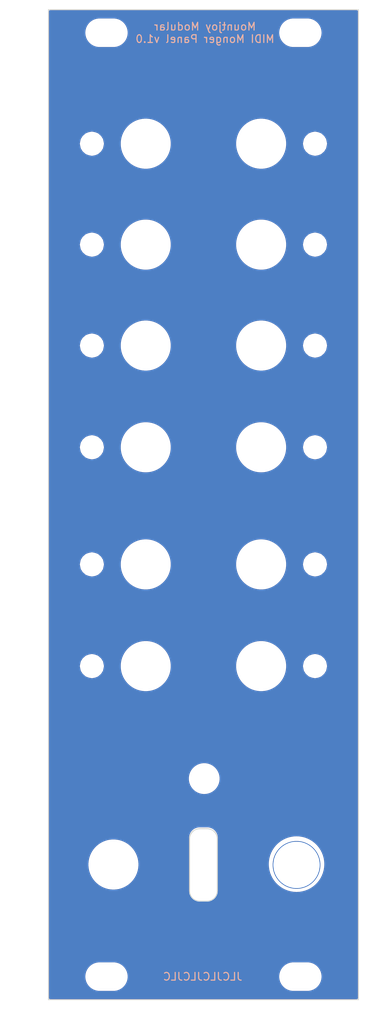
<source format=kicad_pcb>
(kicad_pcb (version 20240108) (generator "pcbnew") (generator_version "8.0")
  (layers (0 "F.Cu" signal) (31 "B.Cu" signal) (34 "B.Paste" user) (35 "F.Paste" user) (36 "B.SilkS" user "B.Silkscreen") (37 "F.SilkS" user "F.Silkscreen") (38 "B.Mask" user) (39 "F.Mask" user) (44 "Edge.Cuts" user))
  (net 0 "")
  (footprint "Custom_Footprints:LED_Window" (layer "F.Cu") (at 105.5 52.4)
    (property "Reference" "Ref**" (hide yes))
    (property "Value" "Subminiature_Switch")
    (zone (net 0) (net_name "") (layers "*.Cu") (name "LED_Window") (connect_pads (clearance 0)) (min_thickness 0.25)
      (keepout (tracks not_allowed) (vias not_allowed) (pads not_allowed) (copperpour not_allowed) (footprints allowed))
      (fill (thermal_gap 0.5) (thermal_bridge_width 0.5))
      (polygon (pts (xy 105.9 50.9) (xy 105.5 50.825) (xy 105.1 50.9) (xy 104.7 51.05) (xy 104.3 51.4) (xy 104.05 51.8) (xy 103.925 52.4) (xy 104.05 53) (xy 104.3 53.4) (xy 104.7 53.75) (xy 105.1 53.9) (xy 105.5 53.975) (xy 105.925 53.9) (xy 106.3 53.75) (xy 106.7 53.4) (xy 106.95 53) (xy 107.075 52.4) (xy 106.95 51.8) (xy 106.7 51.4) (xy 106.3 51.05)))
    )
  )
  (footprint "Custom_Footprints:LED_Window" (layer "F.Cu") (at 105.5 65.5)
    (property "Reference" "Ref**" (hide yes))
    (property "Value" "Subminiature_Switch")
    (zone (net 0) (net_name "") (layers "*.Cu") (name "LED_Window") (connect_pads (clearance 0)) (min_thickness 0.25)
      (keepout (tracks not_allowed) (vias not_allowed) (pads not_allowed) (copperpour not_allowed) (footprints allowed))
      (fill (thermal_gap 0.5) (thermal_bridge_width 0.5))
      (polygon (pts (xy 105.9 64) (xy 105.5 63.925) (xy 105.1 64) (xy 104.7 64.15) (xy 104.3 64.5) (xy 104.05 64.9) (xy 103.925 65.5) (xy 104.05 66.1) (xy 104.3 66.5) (xy 104.7 66.85) (xy 105.1 67) (xy 105.5 67.075) (xy 105.925 67) (xy 106.3 66.85) (xy 106.7 66.5) (xy 106.95 66.1) (xy 107.075 65.5) (xy 106.95 64.9) (xy 106.7 64.5) (xy 106.3 64.15)))
    )
  )
  (footprint "Custom_Footprints:LED_Window" (layer "F.Cu") (at 105.5 78.6)
    (property "Reference" "Ref**" (hide yes))
    (property "Value" "Subminiature_Switch")
    (zone (net 0) (net_name "") (layers "*.Cu") (name "LED_Window") (connect_pads (clearance 0)) (min_thickness 0.25)
      (keepout (tracks not_allowed) (vias not_allowed) (pads not_allowed) (copperpour not_allowed) (footprints allowed))
      (fill (thermal_gap 0.5) (thermal_bridge_width 0.5))
      (polygon (pts (xy 105.9 77.1) (xy 105.5 77.025) (xy 105.1 77.1) (xy 104.7 77.25) (xy 104.3 77.6) (xy 104.05 78) (xy 103.925 78.6) (xy 104.05 79.2) (xy 104.3 79.6) (xy 104.7 79.95) (xy 105.1 80.1) (xy 105.5 80.175) (xy 105.925 80.1) (xy 106.3 79.95) (xy 106.7 79.6) (xy 106.95 79.2) (xy 107.075 78.6) (xy 106.95 78) (xy 106.7 77.6) (xy 106.3 77.25)))
    )
  )
  (footprint "Custom_Footprints:LED_Window" (layer "F.Cu") (at 105.5 91.8)
    (property "Reference" "Ref**" (hide yes))
    (property "Value" "Subminiature_Switch")
    (zone (net 0) (net_name "") (layers "*.Cu") (name "LED_Window") (connect_pads (clearance 0)) (min_thickness 0.25)
      (keepout (tracks not_allowed) (vias not_allowed) (pads not_allowed) (copperpour not_allowed) (footprints allowed))
      (fill (thermal_gap 0.5) (thermal_bridge_width 0.5))
      (polygon (pts (xy 105.9 90.3) (xy 105.5 90.225) (xy 105.1 90.3) (xy 104.7 90.45) (xy 104.3 90.8) (xy 104.05 91.2) (xy 103.925 91.8) (xy 104.05 92.4) (xy 104.3 92.8) (xy 104.7 93.15) (xy 105.1 93.3) (xy 105.5 93.375) (xy 105.925 93.3) (xy 106.3 93.15) (xy 106.7 92.8) (xy 106.95 92.4) (xy 107.075 91.8) (xy 106.95 91.2) (xy 106.7 90.8) (xy 106.3 90.45)))
    )
  )
  (footprint "Custom_Footprints:LED_Window" (layer "F.Cu") (at 105.5 107)
    (property "Reference" "Ref**" (hide yes))
    (property "Value" "Subminiature_Switch")
    (zone (net 0) (net_name "") (layers "*.Cu") (name "LED_Window") (connect_pads (clearance 0)) (min_thickness 0.25)
      (keepout (tracks not_allowed) (vias not_allowed) (pads not_allowed) (copperpour not_allowed) (footprints allowed))
      (fill (thermal_gap 0.5) (thermal_bridge_width 0.5))
      (polygon (pts (xy 105.9 105.5) (xy 105.5 105.425) (xy 105.1 105.5) (xy 104.7 105.65) (xy 104.3 106) (xy 104.05 106.4) (xy 103.925 107) (xy 104.05 107.6) (xy 104.3 108) (xy 104.7 108.35) (xy 105.1 108.5) (xy 105.5 108.575) (xy 105.925 108.5) (xy 106.3 108.35) (xy 106.7 108) (xy 106.95 107.6) (xy 107.075 107) (xy 106.95 106.4) (xy 106.7 106) (xy 106.3 105.65)))
    )
  )
  (footprint "Custom_Footprints:LED_Window" (layer "F.Cu") (at 105.5 120.2)
    (property "Reference" "Ref**" (hide yes))
    (property "Value" "Subminiature_Switch")
    (zone (net 0) (net_name "") (layers "*.Cu") (name "LED_Window") (connect_pads (clearance 0)) (min_thickness 0.25)
      (keepout (tracks not_allowed) (vias not_allowed) (pads not_allowed) (copperpour not_allowed) (footprints allowed))
      (fill (thermal_gap 0.5) (thermal_bridge_width 0.5))
      (polygon (pts (xy 105.9 118.7) (xy 105.5 118.625) (xy 105.1 118.7) (xy 104.7 118.85) (xy 104.3 119.2) (xy 104.05 119.6) (xy 103.925 120.2) (xy 104.05 120.8) (xy 104.3 121.2) (xy 104.7 121.55) (xy 105.1 121.7) (xy 105.5 121.775) (xy 105.925 121.7) (xy 106.3 121.55) (xy 106.7 121.2) (xy 106.95 120.8) (xy 107.075 120.2) (xy 106.95 119.6) (xy 106.7 119.2) (xy 106.3 118.85)))
    )
  )
  (footprint "Custom_Footprints:LED_Window" (layer "F.Cu") (at 134.5 52.4)
    (property "Reference" "Ref**" (hide yes))
    (property "Value" "Subminiature_Switch")
    (zone (net 0) (net_name "") (layers "*.Cu") (name "LED_Window") (connect_pads (clearance 0)) (min_thickness 0.25)
      (keepout (tracks not_allowed) (vias not_allowed) (pads not_allowed) (copperpour not_allowed) (footprints allowed))
      (fill (thermal_gap 0.5) (thermal_bridge_width 0.5))
      (polygon (pts (xy 134.9 50.9) (xy 134.5 50.825) (xy 134.1 50.9) (xy 133.7 51.05) (xy 133.3 51.4) (xy 133.05 51.8) (xy 132.925 52.4) (xy 133.05 53) (xy 133.3 53.4) (xy 133.7 53.75) (xy 134.1 53.9) (xy 134.5 53.975) (xy 134.925 53.9) (xy 135.3 53.75) (xy 135.7 53.4) (xy 135.95 53) (xy 136.075 52.4) (xy 135.95 51.8) (xy 135.7 51.4) (xy 135.3 51.05)))
    )
  )
  (footprint "Custom_Footprints:LED_Window" (layer "F.Cu") (at 134.5 65.5)
    (property "Reference" "Ref**" (hide yes))
    (property "Value" "Subminiature_Switch")
    (zone (net 0) (net_name "") (layers "*.Cu") (name "LED_Window") (connect_pads (clearance 0)) (min_thickness 0.25)
      (keepout (tracks not_allowed) (vias not_allowed) (pads not_allowed) (copperpour not_allowed) (footprints allowed))
      (fill (thermal_gap 0.5) (thermal_bridge_width 0.5))
      (polygon (pts (xy 134.9 64) (xy 134.5 63.925) (xy 134.1 64) (xy 133.7 64.15) (xy 133.3 64.5) (xy 133.05 64.9) (xy 132.925 65.5) (xy 133.05 66.1) (xy 133.3 66.5) (xy 133.7 66.85) (xy 134.1 67) (xy 134.5 67.075) (xy 134.925 67) (xy 135.3 66.85) (xy 135.7 66.5) (xy 135.95 66.1) (xy 136.075 65.5) (xy 135.95 64.9) (xy 135.7 64.5) (xy 135.3 64.15)))
    )
  )
  (footprint "Custom_Footprints:LED_Window" (layer "F.Cu") (at 134.5 78.6)
    (property "Reference" "Ref**" (hide yes))
    (property "Value" "Subminiature_Switch")
    (zone (net 0) (net_name "") (layers "*.Cu") (name "LED_Window") (connect_pads (clearance 0)) (min_thickness 0.25)
      (keepout (tracks not_allowed) (vias not_allowed) (pads not_allowed) (copperpour not_allowed) (footprints allowed))
      (fill (thermal_gap 0.5) (thermal_bridge_width 0.5))
      (polygon (pts (xy 134.9 77.1) (xy 134.5 77.025) (xy 134.1 77.1) (xy 133.7 77.25) (xy 133.3 77.6) (xy 133.05 78) (xy 132.925 78.6) (xy 133.05 79.2) (xy 133.3 79.6) (xy 133.7 79.95) (xy 134.1 80.1) (xy 134.5 80.175) (xy 134.925 80.1) (xy 135.3 79.95) (xy 135.7 79.6) (xy 135.95 79.2) (xy 136.075 78.6) (xy 135.95 78) (xy 135.7 77.6) (xy 135.3 77.25)))
    )
  )
  (footprint "Custom_Footprints:LED_Window" (layer "F.Cu") (at 134.5 91.8)
    (property "Reference" "Ref**" (hide yes))
    (property "Value" "Subminiature_Switch")
    (zone (net 0) (net_name "") (layers "*.Cu") (name "LED_Window") (connect_pads (clearance 0)) (min_thickness 0.25)
      (keepout (tracks not_allowed) (vias not_allowed) (pads not_allowed) (copperpour not_allowed) (footprints allowed))
      (fill (thermal_gap 0.5) (thermal_bridge_width 0.5))
      (polygon (pts (xy 134.9 90.3) (xy 134.5 90.225) (xy 134.1 90.3) (xy 133.7 90.45) (xy 133.3 90.8) (xy 133.05 91.2) (xy 132.925 91.8) (xy 133.05 92.4) (xy 133.3 92.8) (xy 133.7 93.15) (xy 134.1 93.3) (xy 134.5 93.375) (xy 134.925 93.3) (xy 135.3 93.15) (xy 135.7 92.8) (xy 135.95 92.4) (xy 136.075 91.8) (xy 135.95 91.2) (xy 135.7 90.8) (xy 135.3 90.45)))
    )
  )
  (footprint "Custom_Footprints:LED_Window" (layer "F.Cu") (at 134.5 107)
    (property "Reference" "Ref**" (hide yes))
    (property "Value" "Subminiature_Switch")
    (zone (net 0) (net_name "") (layers "*.Cu") (name "LED_Window") (connect_pads (clearance 0)) (min_thickness 0.25)
      (keepout (tracks not_allowed) (vias not_allowed) (pads not_allowed) (copperpour not_allowed) (footprints allowed))
      (fill (thermal_gap 0.5) (thermal_bridge_width 0.5))
      (polygon (pts (xy 134.9 105.5) (xy 134.5 105.425) (xy 134.1 105.5) (xy 133.7 105.65) (xy 133.3 106) (xy 133.05 106.4) (xy 132.925 107) (xy 133.05 107.6) (xy 133.3 108) (xy 133.7 108.35) (xy 134.1 108.5) (xy 134.5 108.575) (xy 134.925 108.5) (xy 135.3 108.35) (xy 135.7 108) (xy 135.95 107.6) (xy 136.075 107) (xy 135.95 106.4) (xy 135.7 106) (xy 135.3 105.65)))
    )
  )
  (footprint "Custom_Footprints:LED_Window" (layer "F.Cu") (at 134.5 120.2)
    (property "Reference" "Ref**" (hide yes))
    (property "Value" "Subminiature_Switch")
    (zone (net 0) (net_name "") (layers "*.Cu") (name "LED_Window") (connect_pads (clearance 0)) (min_thickness 0.25)
      (keepout (tracks not_allowed) (vias not_allowed) (pads not_allowed) (copperpour not_allowed) (footprints allowed))
      (fill (thermal_gap 0.5) (thermal_bridge_width 0.5))
      (polygon (pts (xy 134.9 118.7) (xy 134.5 118.625) (xy 134.1 118.7) (xy 133.7 118.85) (xy 133.3 119.2) (xy 133.05 119.6) (xy 132.925 120.2) (xy 133.05 120.8) (xy 133.3 121.2) (xy 133.7 121.55) (xy 134.1 121.7) (xy 134.5 121.775) (xy 134.925 121.7) (xy 135.3 121.55) (xy 135.7 121.2) (xy 135.95 120.8) (xy 136.075 120.2) (xy 135.95 119.6) (xy 135.7 119.2) (xy 135.3 118.85)))
    )
  )
  (footprint "Custom_Footprints:Sub_Miniature_Switch_MountingHole_3.5mm" (layer "F.Cu") (at 120.1 134.8)
    (property "Reference" "Ref**" (hide yes))
    (property "Value" "Subminiature_Switch" (hide yes))
    (pad "" np_thru_hole circle (at 0 0) (size 3.5 3.5) (drill 3.5) (layers "*.Cu" "*.Mask"))
  )
  (footprint "Custom_Footprints:Oval_Mounting_Hole" (layer "F.Cu") (at 107.4 160.5)
    (property "Reference" "Ref**" (hide yes))
    (property "Value" "Oval_Mounting_Hole" (hide yes))
    (pad "" np_thru_hole oval (at 0 0) (size 5 3.2) (drill oval 5 3.2) (layers "*.Cu" "*.Mask"))
  )
  (footprint "Custom_Footprints:Oval_Mounting_Hole" (layer "F.Cu") (at 132.6 160.5)
    (property "Reference" "Ref**" (hide yes))
    (property "Value" "Oval_Mounting_Hole" (hide yes))
    (pad "" np_thru_hole oval (at 0 0) (size 5 3.2) (drill oval 5 3.2) (layers "*.Cu" "*.Mask"))
  )
  (footprint "Custom_Footprints:Oval_Mounting_Hole" (layer "F.Cu") (at 107.4 38)
    (property "Reference" "Ref**" (hide yes))
    (property "Value" "Oval_Mounting_Hole" (hide yes))
    (pad "" np_thru_hole oval (at 0 0) (size 5 3.2) (drill oval 5 3.2) (layers "*.Cu" "*.Mask"))
  )
  (footprint "Custom_Footprints:Oval_Mounting_Hole" (layer "F.Cu") (at 132.6 38)
    (property "Reference" "Ref**" (hide yes))
    (property "Value" "Oval_Mounting_Hole" (hide yes))
    (pad "" np_thru_hole oval (at 0 0) (size 5 3.2) (drill oval 5 3.2) (layers "*.Cu" "*.Mask"))
  )
  (footprint "MIDI_Monger_logos:MongerText" (layer "F.Cu") (at 129.065457 134.4859)
    (property "Reference" "G***" (hide yes))
    (property "Value" "LOGO" (hide yes))
  )
  (footprint "MIDI_Monger_logos:MIDIText" (layer "F.Cu") (at 111.265457 133.4359)
    (property "Reference" "G***" (hide yes))
    (property "Value" "LOGO" (hide yes))
  )
  (footprint "kibuzzard-66B33BB1" (layer "F.Cu") (at 129.3 43.3)
    (property "Reference" "kibuzzard-66B33BB1" (hide yes))
    (property "Value" "G***" (hide yes))
  )
  (footprint "Custom_Footprints:Thonkiconn_Socket_MountingHole_6mm" (layer "F.Cu") (at 112.5 52.4)
    (property "Reference" "Ref**" (hide yes))
    (property "Value" "Thonkiconn_Socket_MountingHole_6mm")
    (pad "" np_thru_hole circle (at 0 0) (size 6 6) (drill 6) (layers "F&B.Cu" "*.Mask"))
  )
  (footprint "Custom_Footprints:Thonkiconn_Socket_MountingHole_6mm" (layer "F.Cu") (at 112.5 91.8)
    (property "Reference" "Ref**" (hide yes))
    (property "Value" "Thonkiconn_Socket_MountingHole_6mm")
    (pad "" np_thru_hole circle (at 0 0) (size 6 6) (drill 6) (layers "F&B.Cu" "*.Mask"))
  )
  (footprint "Custom_Footprints:Thonkiconn_Socket_MountingHole_6mm" (layer "F.Cu") (at 127.5 78.6)
    (property "Reference" "Ref**" (hide yes))
    (property "Value" "Thonkiconn_Socket_MountingHole_6mm")
    (pad "" np_thru_hole circle (at 0 0) (size 6 6) (drill 6) (layers "F&B.Cu" "*.Mask"))
  )
  (footprint "Custom_Footprints:Thonkiconn_Socket_MountingHole_6mm" (layer "F.Cu") (at 127.5 107)
    (property "Reference" "Ref**" (hide yes))
    (property "Value" "Thonkiconn_Socket_MountingHole_6mm")
    (pad "" np_thru_hole circle (at 0 0) (size 6 6) (drill 6) (layers "F&B.Cu" "*.Mask"))
  )
  (footprint "Custom_Footprints:Thonkiconn_Socket_MountingHole_6mm" (layer "F.Cu") (at 127.5 65.5)
    (property "Reference" "Ref**" (hide yes))
    (property "Value" "Thonkiconn_Socket_MountingHole_6mm")
    (pad "" np_thru_hole circle (at 0 0) (size 6 6) (drill 6) (layers "F&B.Cu" "*.Mask"))
  )
  (footprint "Custom_Footprints:Thonkiconn_Socket_MountingHole_6mm" (layer "F.Cu") (at 127.5 91.8)
    (property "Reference" "Ref**" (hide yes))
    (property "Value" "Thonkiconn_Socket_MountingHole_6mm")
    (pad "" np_thru_hole circle (at 0 0) (size 6 6) (drill 6) (layers "F&B.Cu" "*.Mask"))
  )
  (footprint "Graphics:piano" (layer "F.Cu") (at 132 153.4)
    (property "Reference" "G***" (hide yes))
    (property "Value" "LOGO" (hide yes))
  )
  (footprint "kibuzzard-66B353F0" (layer "F.Cu") (at 110.5 43.3)
    (property "Reference" "kibuzzard-66B353F0" (hide yes))
    (property "Value" "G***" (hide yes))
  )
  (footprint "Custom_Footprints:Thonkiconn_Socket_MountingHole_6mm" (layer "F.Cu") (at 112.5 78.6)
    (property "Reference" "Ref**" (hide yes))
    (property "Value" "Thonkiconn_Socket_MountingHole_6mm")
    (pad "" np_thru_hole circle (at 0 0) (size 6 6) (drill 6) (layers "F&B.Cu" "*.Mask"))
  )
  (footprint "Custom_Footprints:Thonkiconn_Socket_MountingHole_6mm" (layer "F.Cu") (at 108.3 146)
    (property "Reference" "Ref**" (hide yes))
    (property "Value" "Thonkiconn_Socket_MountingHole_6mm")
    (pad "" np_thru_hole circle (at 0 0) (size 6 6) (drill 6) (layers "F&B.Cu" "*.Mask"))
  )
  (footprint "Custom_Footprints:USB_C_Cutout" (layer "F.Cu") (at 120 146 90)
    (property "Reference" "REF**" (hide yes))
    (property "Value" "USB_C_Cutout")
    (fp_line (start -3.4 -1.8) (end 3.4 -1.8) (stroke (width 0.12)) (layer "Edge.Cuts"))
    (fp_line (start -4.7 -0.5) (end -4.7 0.5) (stroke (width 0.12)) (layer "Edge.Cuts"))
    (fp_line (start 4.7 0.5) (end 4.7 -0.5) (stroke (width 0.12)) (layer "Edge.Cuts"))
    (fp_line (start -3.38 1.8) (end 3.38 1.8) (stroke (width 0.12)) (layer "Edge.Cuts"))
    (fp_arc (start 3.4 -1.8) (mid 4.313703 -1.413703) (end 4.7 -0.5) (stroke (width 0.12)) (layer "Edge.Cuts"))
    (fp_arc (start -4.7 -0.5) (mid -4.319239 -1.419239) (end -3.4 -1.8) (stroke (width 0.12)) (layer "Edge.Cuts"))
    (fp_arc (start 4.7 0.5) (mid 4.306876 1.42048) (end 3.380761 1.80014) (stroke (width 0.12)) (layer "Edge.Cuts"))
    (fp_arc (start -3.380761 1.80014) (mid -4.306876 1.420481) (end -4.7 0.5) (stroke (width 0.12)) (layer "Edge.Cuts"))
  )
  (footprint "kibuzzard-66B25140" (layer "F.Cu") (at 119.6 128.4)
    (property "Reference" "kibuzzard-66B25140" (hide yes))
    (property "Value" "G***" (hide yes))
  )
  (footprint "Custom_Footprints:Thonkiconn_Socket_MountingHole_6mm" (layer "F.Cu") (at 127.5 120.2)
    (property "Reference" "Ref**" (hide yes))
    (property "Value" "Thonkiconn_Socket_MountingHole_6mm")
    (pad "" np_thru_hole circle (at 0 0) (size 6 6) (drill 6) (layers "F&B.Cu" "*.Mask"))
  )
  (footprint "Custom_Footprints:Thonkiconn_Socket_MountingHole_6mm" (layer "F.Cu") (at 112.5 65.5)
    (property "Reference" "Ref**" (hide yes))
    (property "Value" "Thonkiconn_Socket_MountingHole_6mm")
    (pad "" np_thru_hole circle (at 0 0) (size 6 6) (drill 6) (layers "F&B.Cu" "*.Mask"))
  )
  (footprint "Custom_Footprints:DPDT_Switch_MountingHole_6mm" (layer "F.Cu") (at 132.1 146)
    (property "Reference" "Ref**" (hide yes))
    (property "Value" "Subminiature_Switch" (hide yes))
    (pad "" np_thru_hole circle (at 0 0) (size 6.2 6.2) (drill 6) (layers "F&B.Cu" "*.Mask"))
  )
  (footprint "Graphics:computer" (layer "F.Cu") (at 132.1 139.4)
    (property "Reference" "G***" (hide yes))
    (property "Value" "LOGO" (hide yes))
  )
  (footprint "Custom_Footprints:Thonkiconn_Socket_MountingHole_6mm" (layer "F.Cu") (at 112.5 107)
    (property "Reference" "Ref**" (hide yes))
    (property "Value" "Thonkiconn_Socket_MountingHole_6mm")
    (pad "" np_thru_hole circle (at 0 0) (size 6 6) (drill 6) (layers "F&B.Cu" "*.Mask"))
  )
  (footprint "Custom_Footprints:Thonkiconn_Socket_MountingHole_6mm" (layer "F.Cu") (at 127.5 52.4)
    (property "Reference" "Ref**" (hide yes))
    (property "Value" "Thonkiconn_Socket_MountingHole_6mm")
    (pad "" np_thru_hole circle (at 0 0) (size 6 6) (drill 6) (layers "F&B.Cu" "*.Mask"))
  )
  (footprint "Custom_Footprints:Thonkiconn_Socket_MountingHole_6mm" (layer "F.Cu") (at 112.5 120.2)
    (property "Reference" "Ref**" (hide yes))
    (property "Value" "Thonkiconn_Socket_MountingHole_6mm")
    (pad "" np_thru_hole circle (at 0 0) (size 6 6) (drill 6) (layers "F&B.Cu" "*.Mask"))
  )
  (gr_rect (start 99.85 35) (end 140.15 163.5) (stroke (width 0.1)) (fill none) (layer "Edge.Cuts"))
  (gr_text "Mountjoy Modular\nMIDI Monger Panel v1.0" (at 120.2 38 0) (layer "B.SilkS") (effects (font (size 1 1)) (justify mirror)))
  (gr_text "JLCJLCJLCJLC" (at 119.9 160.5 0) (layer "B.SilkS") (effects (font (size 1 1)) (justify mirror)))
  (zone (net 0) (net_name "") (layers "F&B.Cu") (connect_pads (clearance 0.508)) (min_thickness 0.254) (fill yes (thermal_gap 0.508) (thermal_bridge_width 0.508) (island_removal_mode 1) (island_area_min 10))
    (polygon (pts (xy 99 34.2) (xy 141 34.2) (xy 141 164.3) (xy 99 164.3)))
  )
)
</source>
